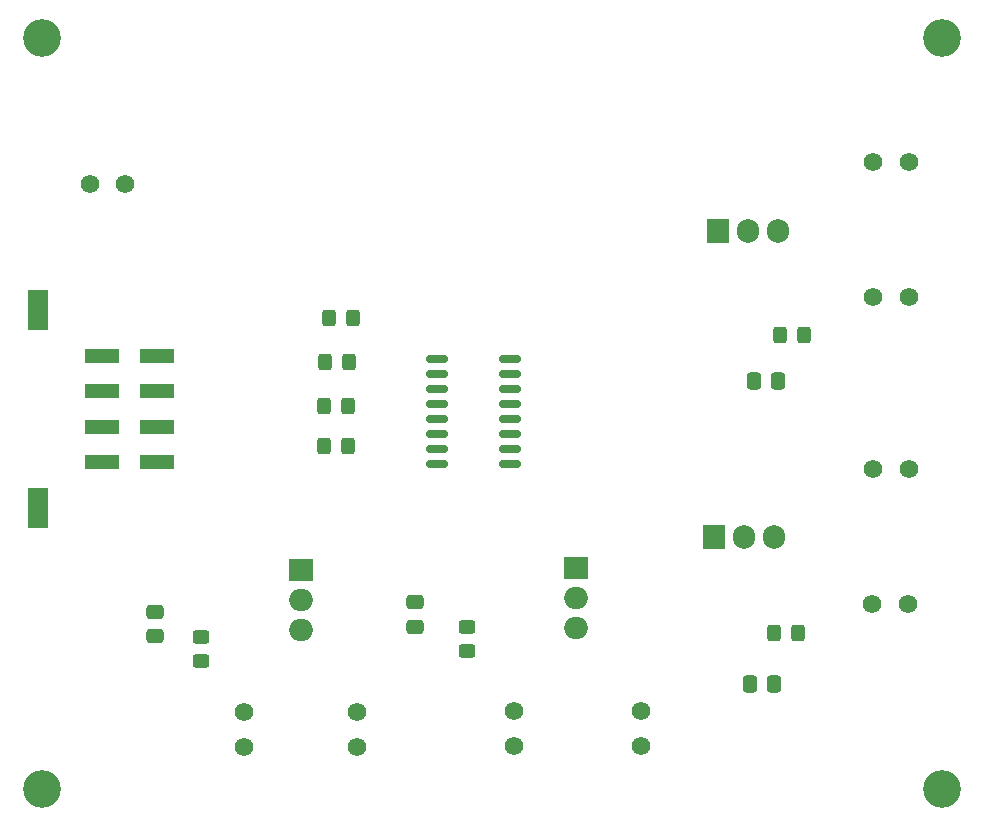
<source format=gbr>
%TF.GenerationSoftware,KiCad,Pcbnew,9.0.5*%
%TF.CreationDate,2025-11-19T12:00:21-07:00*%
%TF.ProjectId,UniversalSolenoidRelay,556e6976-6572-4736-916c-536f6c656e6f,rev?*%
%TF.SameCoordinates,Original*%
%TF.FileFunction,Soldermask,Top*%
%TF.FilePolarity,Negative*%
%FSLAX46Y46*%
G04 Gerber Fmt 4.6, Leading zero omitted, Abs format (unit mm)*
G04 Created by KiCad (PCBNEW 9.0.5) date 2025-11-19 12:00:21*
%MOMM*%
%LPD*%
G01*
G04 APERTURE LIST*
G04 Aperture macros list*
%AMRoundRect*
0 Rectangle with rounded corners*
0 $1 Rounding radius*
0 $2 $3 $4 $5 $6 $7 $8 $9 X,Y pos of 4 corners*
0 Add a 4 corners polygon primitive as box body*
4,1,4,$2,$3,$4,$5,$6,$7,$8,$9,$2,$3,0*
0 Add four circle primitives for the rounded corners*
1,1,$1+$1,$2,$3*
1,1,$1+$1,$4,$5*
1,1,$1+$1,$6,$7*
1,1,$1+$1,$8,$9*
0 Add four rect primitives between the rounded corners*
20,1,$1+$1,$2,$3,$4,$5,0*
20,1,$1+$1,$4,$5,$6,$7,0*
20,1,$1+$1,$6,$7,$8,$9,0*
20,1,$1+$1,$8,$9,$2,$3,0*%
G04 Aperture macros list end*
%ADD10C,1.574800*%
%ADD11R,2.000000X1.905000*%
%ADD12O,2.000000X1.905000*%
%ADD13RoundRect,0.250000X-0.325000X-0.450000X0.325000X-0.450000X0.325000X0.450000X-0.325000X0.450000X0*%
%ADD14C,3.200000*%
%ADD15RoundRect,0.250000X-0.475000X0.337500X-0.475000X-0.337500X0.475000X-0.337500X0.475000X0.337500X0*%
%ADD16RoundRect,0.250000X-0.450000X0.325000X-0.450000X-0.325000X0.450000X-0.325000X0.450000X0.325000X0*%
%ADD17R,1.905000X2.000000*%
%ADD18O,1.905000X2.000000*%
%ADD19RoundRect,0.250000X-0.337500X-0.475000X0.337500X-0.475000X0.337500X0.475000X-0.337500X0.475000X0*%
%ADD20R,2.921000X1.270000*%
%ADD21R,1.651000X3.429000*%
%ADD22RoundRect,0.162500X-0.750000X-0.162500X0.750000X-0.162500X0.750000X0.162500X-0.750000X0.162500X0*%
G04 APERTURE END LIST*
D10*
%TO.C,J7*%
X161887601Y-122657800D03*
X158887602Y-122657800D03*
%TD*%
D11*
%TO.C,Q2*%
X133729992Y-131030230D03*
D12*
X133729992Y-133570230D03*
X133729992Y-136110230D03*
%TD*%
D13*
%TO.C,D6*%
X152516000Y-136556000D03*
X150484000Y-136556000D03*
%TD*%
D10*
%TO.C,J9*%
X161900000Y-96700000D03*
X158900001Y-96700000D03*
%TD*%
D14*
%TO.C,REF\u002A\u002A*%
X88534001Y-86200000D03*
%TD*%
%TO.C,REF\u002A\u002A*%
X164734001Y-149800000D03*
%TD*%
%TO.C,REF\u002A\u002A*%
X164734001Y-86200000D03*
%TD*%
D10*
%TO.C,J1*%
X92564300Y-98539599D03*
X95564299Y-98539599D03*
%TD*%
%TO.C,J4*%
X105644000Y-146237500D03*
X105644000Y-143237501D03*
%TD*%
D15*
%TO.C,R1*%
X98100000Y-134762500D03*
X98100000Y-136837500D03*
%TD*%
D16*
%TO.C,D2*%
X102000000Y-138932000D03*
X102000000Y-136900000D03*
%TD*%
D17*
%TO.C,Q4*%
X145760000Y-102500000D03*
D18*
X148300000Y-102500000D03*
X150840000Y-102500000D03*
%TD*%
D19*
%TO.C,R7*%
X148778500Y-115244000D03*
X150853500Y-115244000D03*
%TD*%
D20*
%TO.C,J2*%
X93600000Y-122099999D03*
X93600000Y-119100000D03*
X93600000Y-116100000D03*
X93600000Y-113100001D03*
X98229999Y-122099999D03*
X98229999Y-119100000D03*
X98229999Y-116100000D03*
X98229999Y-113100001D03*
D21*
X88129999Y-109215000D03*
X88129999Y-125985000D03*
%TD*%
D19*
%TO.C,R5*%
X148446000Y-140894000D03*
X150521000Y-140894000D03*
%TD*%
D17*
%TO.C,Q3*%
X145420000Y-128445000D03*
D18*
X147960000Y-128445000D03*
X150500000Y-128445000D03*
%TD*%
D13*
%TO.C,D8*%
X153032000Y-111300000D03*
X151000000Y-111300000D03*
%TD*%
D16*
%TO.C,D4*%
X124482000Y-138091500D03*
X124482000Y-136059500D03*
%TD*%
D13*
%TO.C,D5*%
X114516000Y-113656000D03*
X112484000Y-113656000D03*
%TD*%
%TO.C,D1*%
X114416000Y-120756000D03*
X112384000Y-120756000D03*
%TD*%
D10*
%TO.C,J5*%
X139229992Y-146170229D03*
X139229992Y-143170230D03*
%TD*%
D13*
%TO.C,D7*%
X114816000Y-109856000D03*
X112784000Y-109856000D03*
%TD*%
D10*
%TO.C,J10*%
X161900000Y-108100000D03*
X158900001Y-108100000D03*
%TD*%
%TO.C,J6*%
X128429992Y-146170229D03*
X128429992Y-143170230D03*
%TD*%
D15*
%TO.C,R3*%
X120100000Y-133962500D03*
X120100000Y-136037500D03*
%TD*%
D10*
%TO.C,J8*%
X161815700Y-134085400D03*
X158815701Y-134085400D03*
%TD*%
D14*
%TO.C,REF\u002A\u002A*%
X88534001Y-149800000D03*
%TD*%
D10*
%TO.C,J3*%
X115200000Y-146237500D03*
X115200000Y-143237501D03*
%TD*%
D13*
%TO.C,D3*%
X114416000Y-117356000D03*
X112384000Y-117356000D03*
%TD*%
D11*
%TO.C,Q1*%
X110400000Y-131237500D03*
D12*
X110400000Y-133777500D03*
X110400000Y-136317500D03*
%TD*%
D22*
%TO.C,U1*%
X121912500Y-113355000D03*
X121912500Y-114625000D03*
X121912500Y-115895000D03*
X121912500Y-117165000D03*
X121912500Y-118435000D03*
X121912500Y-119705000D03*
X121912500Y-120975000D03*
X121912500Y-122245000D03*
X128087500Y-122245000D03*
X128087500Y-120975000D03*
X128087500Y-119705000D03*
X128087500Y-118435000D03*
X128087500Y-117165000D03*
X128087500Y-115895000D03*
X128087500Y-114625000D03*
X128087500Y-113355000D03*
%TD*%
M02*

</source>
